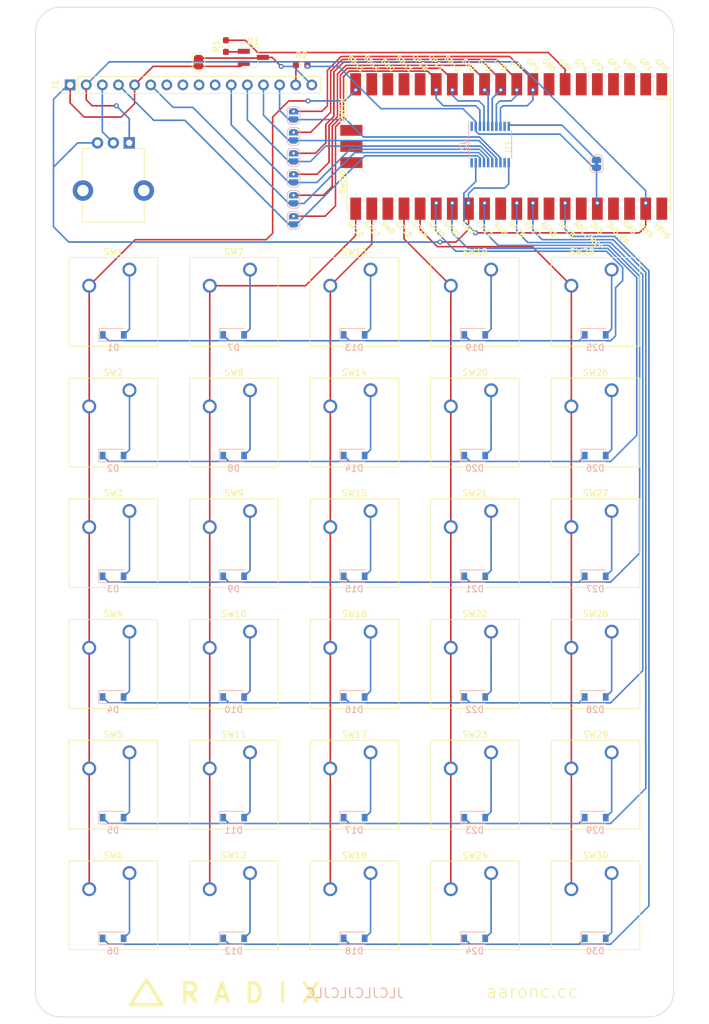
<source format=kicad_pcb>
(kicad_pcb (version 20211014) (generator pcbnew)
  (layers (0 "F.Cu" signal) (31 "B.Cu" signal) (34 "B.Paste" user) (35 "F.Paste" user) (36 "B.SilkS" user "B.Silkscreen") (37 "F.SilkS" user "F.Silkscreen") (38 "B.Mask" user) (39 "F.Mask" user) (44 "Edge.Cuts" user))
  (net 0 "")
  (net 1 "ROW0")
  (net 2 "Net-(D1-Pad2)")
  (net 3 "ROW1")
  (net 4 "Net-(D2-Pad2)")
  (net 5 "ROW2")
  (net 6 "Net-(D3-Pad2)")
  (net 7 "ROW3")
  (net 8 "Net-(D4-Pad2)")
  (net 9 "ROW4")
  (net 10 "Net-(D5-Pad2)")
  (net 11 "ROW5")
  (net 12 "Net-(D6-Pad2)")
  (net 13 "Net-(D7-Pad2)")
  (net 14 "Net-(D8-Pad2)")
  (net 15 "Net-(D9-Pad2)")
  (net 16 "Net-(D10-Pad2)")
  (net 17 "Net-(D11-Pad2)")
  (net 18 "Net-(D12-Pad2)")
  (net 19 "Net-(D13-Pad2)")
  (net 20 "Net-(D14-Pad2)")
  (net 21 "Net-(D15-Pad2)")
  (net 22 "Net-(D16-Pad2)")
  (net 23 "Net-(D17-Pad2)")
  (net 24 "Net-(D18-Pad2)")
  (net 25 "Net-(D19-Pad2)")
  (net 26 "Net-(D20-Pad2)")
  (net 27 "Net-(D21-Pad2)")
  (net 28 "Net-(D22-Pad2)")
  (net 29 "Net-(D23-Pad2)")
  (net 30 "Net-(D24-Pad2)")
  (net 31 "Net-(D25-Pad2)")
  (net 32 "Net-(D26-Pad2)")
  (net 33 "Net-(D27-Pad2)")
  (net 34 "Net-(D28-Pad2)")
  (net 35 "Net-(D29-Pad2)")
  (net 36 "Net-(D30-Pad2)")
  (net 37 "GND")
  (net 38 "+5V")
  (net 39 "LCD_VO")
  (net 40 "LCD_RS_5V")
  (net 41 "LCD_E_5V")
  (net 46 "LCD_D4_5V")
  (net 47 "LCD_D5_5V")
  (net 48 "LCD_D6_5V")
  (net 49 "LCD_D7_5V")
  (net 50 "LCD_A")
  (net 51 "LCD_K")
  (net 52 "Net-(JP1-Pad2)")
  (net 53 "+3V3")
  (net 54 "LCD_RS_3V3")
  (net 55 "LCD_E_3V3")
  (net 56 "LCD_D4_3V3")
  (net 57 "LCD_D5_3V3")
  (net 58 "LCD_D6_3V3")
  (net 59 "LCD_D7_3V3")
  (net 60 "Net-(Q1-Pad1)")
  (net 61 "BACKLIGHT")
  (net 62 "COL0")
  (net 63 "COL1")
  (net 64 "COL2")
  (net 65 "COL3")
  (net 66 "COL4")
  (footprint "Button_Switch_Keyboard:SW_Cherry_MX_1.00u_PCB" (layer "F.Cu") (at 86.88 132.37)
    (fp_text reference "SW10")
    (fp_text value "SW_Push")
  )
  (footprint "Button_Switch_Keyboard:SW_Cherry_MX_1.00u_PCB" (layer "F.Cu") (at 67.88 151.37)
    (fp_text reference "SW5")
    (fp_text value "SW_Push")
  )
  (footprint "MountingHole:MountingHole_3.2mm_M3" (layer "F.Cu") (at 56.95 189.11)
    (fp_text reference "REF**" hide)
    (fp_text value "MountingHole_3.2mm_M3")
  )
  (footprint "Button_Switch_Keyboard:SW_Cherry_MX_1.00u_PCB" (layer "F.Cu") (at 124.88 113.37)
    (fp_text reference "SW21")
    (fp_text value "SW_Push")
  )
  (footprint "MountingHole:MountingHole_3.2mm_M3" (layer "F.Cu") (at 149.72 189.11)
    (fp_text reference "REF**" hide)
    (fp_text value "MountingHole_3.2mm_M3")
  )
  (footprint "Button_Switch_Keyboard:SW_Cherry_MX_1.00u_PCB" (layer "F.Cu") (at 105.88 170.37)
    (fp_text reference "SW18")
    (fp_text value "SW_Push")
  )
  (footprint "Button_Switch_Keyboard:SW_Cherry_MX_1.00u_PCB" (layer "F.Cu") (at 86.88 170.37)
    (fp_text reference "SW12")
    (fp_text value "SW_Push")
  )
  (footprint "Resistor_SMD:R_0603_1608Metric_Pad0.98x0.95mm_HandSolder" (layer "F.Cu") (at 95.018 43.232 180)
    (fp_text reference "R2")
    (fp_text value "330")
  )
  (footprint "Button_Switch_Keyboard:SW_Cherry_MX_1.00u_PCB" (layer "F.Cu") (at 67.88 170.37)
    (fp_text reference "SW6")
    (fp_text value "SW_Push")
  )
  (footprint "Button_Switch_Keyboard:SW_Cherry_MX_1.00u_PCB" (layer "F.Cu") (at 105.88 94.37)
    (fp_text reference "SW14")
    (fp_text value "SW_Push")
  )
  (footprint "Button_Switch_Keyboard:SW_Cherry_MX_1.00u_PCB" (layer "F.Cu") (at 86.88 75.37)
    (fp_text reference "SW7")
    (fp_text value "SW_Push")
  )
  (footprint "Button_Switch_Keyboard:SW_Cherry_MX_1.00u_PCB" (layer "F.Cu") (at 124.88 170.37)
    (fp_text reference "SW24")
    (fp_text value "SW_Push")
  )
  (footprint "Button_Switch_Keyboard:SW_Cherry_MX_1.00u_PCB" (layer "F.Cu") (at 143.88 75.37)
    (fp_text reference "SW25")
    (fp_text value "SW_Push")
  )
  (footprint "MCU_RaspberryPi_and_Boards:RPi_Pico_SMD_TH" (layer "F.Cu") (at 127.66 55.99 -90)
    (fp_text reference "U1")
    (fp_text value "Pico")
  )
  (footprint "Button_Switch_Keyboard:SW_Cherry_MX_1.00u_PCB" (layer "F.Cu") (at 143.88 132.37)
    (fp_text reference "SW28")
    (fp_text value "SW_Push")
  )
  (footprint "Button_Switch_Keyboard:SW_Cherry_MX_1.00u_PCB" (layer "F.Cu") (at 105.88 75.37)
    (fp_text reference "SW13")
    (fp_text value "SW_Push")
  )
  (footprint "Jumper:SolderJumper-2_P1.3mm_Open_RoundedPad1.0x1.5mm" (layer "F.Cu") (at 78.762 42.724 90)
    (fp_text reference "JP8" hide)
    (fp_text value "SolderJumper_2_Open" hide)
  )
  (footprint "Potentiometer_THT:Potentiometer_Alpha_RD901F-40-00D_Single_Vertical_CircularHoles" (layer "F.Cu") (at 67.84 55.424 -90)
    (fp_text reference "RV1" hide)
    (fp_text value "R_Potentiometer")
  )
  (footprint "Button_Switch_Keyboard:SW_Cherry_MX_1.00u_PCB" (layer "F.Cu") (at 86.88 151.37)
    (fp_text reference "SW11")
    (fp_text value "SW_Push")
  )
  (footprint "Button_Switch_Keyboard:SW_Cherry_MX_1.00u_PCB" (layer "F.Cu") (at 86.88 113.37)
    (fp_text reference "SW9")
    (fp_text value "SW_Push")
  )
  (footprint "Button_Switch_Keyboard:SW_Cherry_MX_1.00u_PCB" (layer "F.Cu") (at 124.88 151.37)
    (fp_text reference "SW23")
    (fp_text value "SW_Push")
  )
  (footprint "Button_Switch_Keyboard:SW_Cherry_MX_1.00u_PCB" (layer "F.Cu") (at 105.88 132.37)
    (fp_text reference "SW16")
    (fp_text value "SW_Push")
  )
  (footprint "Button_Switch_Keyboard:SW_Cherry_MX_1.00u_PCB" (layer "F.Cu") (at 105.88 113.37)
    (fp_text reference "SW15")
    (fp_text value "SW_Push")
  )
  (footprint "Button_Switch_Keyboard:SW_Cherry_MX_1.00u_PCB" (layer "F.Cu") (at 105.88 151.37)
    (fp_text reference "SW17")
    (fp_text value "SW_Push")
  )
  (footprint "MountingHole:MountingHole_3.2mm_M3" (layer "F.Cu") (at 56.98 37.98 180)
    (fp_text reference "REF**" hide)
    (fp_text value "MountingHole_3.2mm_M3")
  )
  (footprint "Button_Switch_Keyboard:SW_Cherry_MX_1.00u_PCB" (layer "F.Cu") (at 86.88 94.37)
    (fp_text reference "SW8")
    (fp_text value "SW_Push")
  )
  (footprint "MountingHole:MountingHole_3.2mm_M3" (layer "F.Cu") (at 149.75 37.98 180)
    (fp_text reference "REF**" hide)
    (fp_text value "MountingHole_3.2mm_M3")
  )
  (footprint "Button_Switch_Keyboard:SW_Cherry_MX_1.00u_PCB" (layer "F.Cu") (at 143.88 170.37)
    (fp_text reference "SW30")
    (fp_text value "SW_Push")
  )
  (footprint "Button_Switch_Keyboard:SW_Cherry_MX_1.00u_PCB" (layer "F.Cu") (at 67.88 132.37)
    (fp_text reference "SW4")
    (fp_text value "SW_Push")
  )
  (footprint "Connector_PinHeader_2.54mm:PinHeader_1x16_P2.54mm_Vertical" (layer "F.Cu") (at 58.52 46.3 90)
    (fp_text reference "J1")
    (fp_text value "Conn_01x16")
  )
  (footprint "Package_TO_SOT_SMD:SOT-23_Handsoldering" (layer "F.Cu") (at 87.398 41.962)
    (fp_text reference "Q1")
    (fp_text value "2N7002K")
  )
  (footprint "Button_Switch_Keyboard:SW_Cherry_MX_1.00u_PCB" (layer "F.Cu") (at 143.88 113.37)
    (fp_text reference "SW27")
    (fp_text value "SW_Push")
  )
  (footprint "Button_Switch_Keyboard:SW_Cherry_MX_1.00u_PCB" (layer "F.Cu") (at 124.88 94.37)
    (fp_text reference "SW20")
    (fp_text value "SW_Push")
  )
  (footprint "Button_Switch_Keyboard:SW_Cherry_MX_1.00u_PCB" (layer "F.Cu") (at 143.88 94.37)
    (fp_text reference "SW26")
    (fp_text value "SW_Push")
  )
  (footprint "Button_Switch_Keyboard:SW_Cherry_MX_1.00u_PCB" (layer "F.Cu") (at 143.88 151.37)
    (fp_text reference "SW29")
    (fp_text value "SW_Push")
  )
  (footprint "Button_Switch_Keyboard:SW_Cherry_MX_1.00u_PCB" (layer "F.Cu") (at 67.88 113.37)
    (fp_text reference "SW3")
    (fp_text value "SW_Push")
  )
  (footprint "Button_Switch_Keyboard:SW_Cherry_MX_1.00u_PCB" (layer "F.Cu") (at 124.88 75.37)
    (fp_text reference "SW19")
    (fp_text value "SW_Push")
  )
  (footprint "Button_Switch_Keyboard:SW_Cherry_MX_1.00u_PCB" (layer "F.Cu") (at 124.88 132.37)
    (fp_text reference "SW22")
    (fp_text value "SW_Push")
  )
  (footprint "Button_Switch_Keyboard:SW_Cherry_MX_1.00u_PCB" (layer "F.Cu") (at 67.88 94.37)
    (fp_text reference "SW2")
    (fp_text value "SW_Push")
  )
  (footprint "Resistor_SMD:R_0603_1608Metric_Pad0.98x0.95mm_HandSolder" (layer "F.Cu") (at 83.08 40.184 -90)
    (fp_text reference "R1")
    (fp_text value "10k")
  )
  (footprint "Button_Switch_Keyboard:SW_Cherry_MX_1.00u_PCB" (layer "F.Cu") (at 67.88 75.37)
    (fp_text reference "SW1")
    (fp_text value "SW_Push")
  )
  (footprint "Diode_SMD:D_SOD-123" (layer "B.Cu") (at 84.3 180.65)
    (fp_text reference "D12")
    (fp_text value "D")
  )
  (footprint "Jumper:SolderJumper-2_P1.3mm_Open_RoundedPad1.0x1.5mm" (layer "B.Cu") (at 93.748 54.408 -90)
    (fp_text reference "JP6" hide)
    (fp_text value "SolderJumper_2_Open" hide)
  )
  (footprint "Diode_SMD:D_SOD-123" (layer "B.Cu") (at 141.3 161.65)
    (fp_text reference "D29")
    (fp_text value "D")
  )
  (footprint "Jumper:SolderJumper-2_P1.3mm_Open_RoundedPad1.0x1.5mm" (layer "B.Cu") (at 93.748 51.106 -90)
    (fp_text reference "JP7" hide)
    (fp_text value "SolderJumper_2_Open" hide)
  )
  (footprint "Jumper:SolderJumper-2_P1.3mm_Open_RoundedPad1.0x1.5mm" (layer "B.Cu") (at 93.748 64.314 -90)
    (fp_text reference "JP3" hide)
    (fp_text value "SolderJumper_2_Open" hide)
  )
  (footprint "Diode_SMD:D_SOD-123" (layer "B.Cu") (at 103.3 85.65)
    (fp_text reference "D13")
    (fp_text value "D")
  )
  (footprint "Diode_SMD:D_SOD-123" (layer "B.Cu") (at 65.3 142.65)
    (fp_text reference "D4")
    (fp_text value "D")
  )
  (footprint "Diode_SMD:D_SOD-123" (layer "B.Cu") (at 103.3 123.65)
    (fp_text reference "D15")
    (fp_text value "D")
  )
  (footprint "Diode_SMD:D_SOD-123" (layer "B.Cu") (at 141.3 85.65)
    (fp_text reference "D25")
    (fp_text value "D")
  )
  (footprint "Diode_SMD:D_SOD-123" (layer "B.Cu") (at 103.3 180.65)
    (fp_text reference "D18")
    (fp_text value "D")
  )
  (footprint "Jumper:SolderJumper-2_P1.3mm_Open_RoundedPad1.0x1.5mm" (layer "B.Cu") (at 93.748 57.71 -90)
    (fp_text reference "JP5" hide)
    (fp_text value "SolderJumper_2_Open" hide)
  )
  (footprint "Jumper:SolderJumper-2_P1.3mm_Bridged_RoundedPad1.0x1.5mm" (layer "B.Cu") (at 141.5 58.726 90)
    (fp_text reference "JP1" hide)
    (fp_text value "SolderJumper_2_Bridged")
  )
  (footprint "Package_SO:TSSOP-20_4.4x6.5mm_P0.65mm" (layer "B.Cu") (at 124.736 55.678 -90)
    (fp_text reference "U2")
    (fp_text value "TXB0108PW")
  )
  (footprint "Diode_SMD:D_SOD-123" (layer "B.Cu") (at 65.33 85.65)
    (fp_text reference "D1")
    (fp_text value "D")
  )
  (footprint "Jumper:SolderJumper-2_P1.3mm_Open_RoundedPad1.0x1.5mm" (layer "B.Cu") (at 93.748 61.012 -90)
    (fp_text reference "JP4" hide)
    (fp_text value "SolderJumper_2_Open" hide)
  )
  (footprint "Diode_SMD:D_SOD-123" (layer "B.Cu") (at 65.3 161.65)
    (fp_text reference "D5")
    (fp_text value "D")
  )
  (footprint "Diode_SMD:D_SOD-123" (layer "B.Cu") (at 122.3 104.65)
    (fp_text reference "D20")
    (fp_text value "D")
  )
  (footprint "Diode_SMD:D_SOD-123" (layer "B.Cu") (at 103.3 161.65)
    (fp_text reference "D17")
    (fp_text value "D")
  )
  (footprint "Diode_SMD:D_SOD-123" (layer "B.Cu") (at 103.3 142.65)
    (fp_text reference "D16")
    (fp_text value "D")
  )
  (footprint "Diode_SMD:D_SOD-123" (layer "B.Cu") (at 122.3 180.65)
    (fp_text reference "D24")
    (fp_text value "D")
  )
  (footprint "Diode_SMD:D_SOD-123" (layer "B.Cu") (at 122.3 85.65)
    (fp_text reference "D19")
    (fp_text value "D")
  )
  (footprint "Diode_SMD:D_SOD-123" (layer "B.Cu") (at 103.3 104.65)
    (fp_text reference "D14")
    (fp_text value "D")
  )
  (footprint "Diode_SMD:D_SOD-123" (layer "B.Cu") (at 122.3 142.65)
    (fp_text reference "D22")
    (fp_text value "D")
  )
  (footprint "Diode_SMD:D_SOD-123" (layer "B.Cu") (at 122.3 123.65)
    (fp_text reference "D21")
    (fp_text value "D")
  )
  (footprint "Diode_SMD:D_SOD-123" (layer "B.Cu") (at 122.3 161.65)
    (fp_text reference "D23")
    (fp_text value "D")
  )
  (footprint "Diode_SMD:D_SOD-123" (layer "B.Cu") (at 84.3 161.65)
    (fp_text reference "D11")
    (fp_text value "D")
  )
  (footprint "Diode_SMD:D_SOD-123" (layer "B.Cu") (at 84.3 123.65)
    (fp_text reference "D9")
    (fp_text value "D")
  )
  (footprint "Diode_SMD:D_SOD-123" (layer "B.Cu") (at 141.3 123.65)
    (fp_text reference "D27")
    (fp_text value "D")
  )
  (footprint "Diode_SMD:D_SOD-123" (layer "B.Cu") (at 141.3 104.65)
    (fp_text reference "D26")
    (fp_text value "D")
  )
  (footprint "Diode_SMD:D_SOD-123" (layer "B.Cu") (at 65.3 180.65)
    (fp_text reference "D6")
    (fp_text value "D")
  )
  (footprint "Diode_SMD:D_SOD-123" (layer "B.Cu") (at 65.3 104.65)
    (fp_text reference "D2")
    (fp_text value "D")
  )
  (footprint "Diode_SMD:D_SOD-123" (layer "B.Cu") (at 84.3 142.65)
    (fp_text reference "D10")
    (fp_text value "D")
  )
  (footprint "Diode_SMD:D_SOD-123" (layer "B.Cu") (at 84.3 104.65)
    (fp_text reference "D8")
    (fp_text value "D")
  )
  (footprint "Diode_SMD:D_SOD-123" (layer "B.Cu") (at 141.3 142.65)
    (fp_text reference "D28")
    (fp_text value "D")
  )
  (footprint "Diode_SMD:D_SOD-123" (layer "B.Cu") (at 84.3 85.65)
    (fp_text reference "D7")
    (fp_text value "D")
  )
  (footprint "Diode_SMD:D_SOD-123" (layer "B.Cu") (at 141.3 180.65)
    (fp_text reference "D30")
    (fp_text value "D")
  )
  (footprint "Diode_SMD:D_SOD-123" (layer "B.Cu") (at 65.3 123.65)
    (fp_text reference "D3")
    (fp_text value "D")
  )
  (footprint "Jumper:SolderJumper-2_P1.3mm_Open_RoundedPad1.0x1.5mm" (layer "B.Cu") (at 93.748 67.616 -90)
    (fp_text reference "JP2" hide)
    (fp_text value "SolderJumper_2_Open" hide)
  )
  (gr_line (start 70.555 187.165) (end 73.025 191.115) (layer "F.SilkS") (width 0.5))
  (gr_line (start 73.025 191.115) (end 68.045 191.115) (layer "F.SilkS") (width 0.5))
  (gr_line (start 68.045 191.115) (end 70.555 187.165) (layer "F.SilkS") (width 0.5))
  (gr_line (start 56.940115 193.020115) (end 149.76 193.020115) (layer "Edge.Cuts") (width 0.1))
  (gr_arc (start 149.759885 34.069885) (mid 152.510612 35.209273) (end 153.65 37.96) (layer "Edge.Cuts") (width 0.1))
  (gr_line (start 153.65 37.96) (end 153.65 189.13) (layer "Edge.Cuts") (width 0.1))
  (gr_line (start 149.759885 34.069885) (end 56.94 34.069885) (layer "Edge.Cuts") (width 0.1))
  (gr_arc (start 153.650115 189.13) (mid 152.510727 191.880727) (end 149.76 193.020115) (layer "Edge.Cuts") (width 0.1))
  (gr_line (start 53.05 37.96) (end 53.05 189.13) (layer "Edge.Cuts") (width 0.1))
  (gr_arc (start 53.049885 37.96) (mid 54.189273 35.209273) (end 56.94 34.069885) (layer "Edge.Cuts") (width 0.1))
  (gr_arc (start 56.940115 193.020115) (mid 54.189388 191.880727) (end 53.05 189.13) (layer "Edge.Cuts") (width 0.1))
  (gr_text "JLCJLCJLCJLC" (at 103.4 189.282) (layer "B.SilkS") (effects (font (size 1.5 1.5) (thickness 0.18)) (justify mirror)))
  (gr_text "aaronc.cc" (at 131.34 189.028) (layer "F.SilkS") (effects (font (size 2 2) (thickness 0.2))))
  (gr_text "R A D I X" (at 86.89 189.282) (layer "F.SilkS") (effects (font (size 3 3) (thickness 0.5))))
  (via (at 116.23 64.88) (size 0.8) (drill 0.4) (layers "F.Cu" "B.Cu") (net 1))
  (segment (start 116.14 64.97) (end 116.23 64.88) (width 0.25) (layer "B.Cu") (net 1))
  (segment (start 145.62 75.04) (end 143.06 72.48) (width 0.25) (layer "B.Cu") (net 1))
  (segment (start 102.574511 86.574511) (end 102.865489 86.574511) (width 0.25) (layer "B.Cu") (net 1))
  (segment (start 83.574511 86.574511) (end 84.234511 86.574511) (width 0.25) (layer "B.Cu") (net 1))
  (segment (start 138.725489 86.574511) (end 121.744511 86.574511) (width 0.25) (layer "B.Cu") (net 1))
  (segment (start 121.574511 86.574511) (end 121.744511 86.574511) (width 0.25) (layer "B.Cu") (net 1))
  (segment (start 120.65 85.65) (end 121.574511 86.574511) (width 0.25) (layer "B.Cu") (net 1))
  (segment (start 119.3 72.48) (end 116.14 69.32) (width 0.25) (layer "B.Cu") (net 1))
  (segment (start 144.5 78.23) (end 145.62 77.11) (width 0.25) (layer "B.Cu") (net 1))
  (segment (start 64.604511 86.574511) (end 63.68 85.65) (width 0.25) (layer "B.Cu") (net 1))
  (segment (start 138.725489 86.574511) (end 143.724511 86.574511) (width 0.25) (layer "B.Cu") (net 1))
  (segment (start 101.65 85.65) (end 102.574511 86.574511) (width 0.25) (layer "B.Cu") (net 1))
  (segment (start 145.62 77.11) (end 145.62 75.04) (width 0.25) (layer "B.Cu") (net 1))
  (segment (start 102.865489 86.574511) (end 84.234511 86.574511) (width 0.25) (layer "B.Cu") (net 1))
  (segment (start 116.14 69.32) (end 116.14 64.97) (width 0.25) (layer "B.Cu") (net 1))
  (segment (start 82.65 85.65) (end 83.574511 86.574511) (width 0.25) (layer "B.Cu") (net 1))
  (segment (start 139.65 85.65) (end 138.725489 86.574511) (width 0.25) (layer "B.Cu") (net 1))
  (segment (start 121.744511 86.574511) (end 102.865489 86.574511) (width 0.25) (layer "B.Cu") (net 1))
  (segment (start 84.234511 86.574511) (end 64.604511 86.574511) (width 0.25) (layer "B.Cu") (net 1))
  (segment (start 143.724511 86.574511) (end 144.5 85.799022) (width 0.25) (layer "B.Cu") (net 1))
  (segment (start 143.06 72.48) (end 119.3 72.48) (width 0.25) (layer "B.Cu") (net 1))
  (segment (start 144.5 85.799022) (end 144.5 78.23) (width 0.25) (layer "B.Cu") (net 1))
  (segment (start 67.88 84.75) (end 66.98 85.65) (width 0.25) (layer "B.Cu") (net 2))
  (segment (start 67.88 75.37) (end 67.88 84.75) (width 0.25) (layer "B.Cu") (net 2))
  (via (at 118.77 64.88) (size 0.8) (drill 0.4) (layers "F.Cu" "B.Cu") (net 3))
  (segment (start 118.7 69.53) (end 118.7 64.95) (width 0.25) (layer "B.Cu") (net 3))
  (segment (start 147.844531 76.628814) (end 143.246197 72.03048) (width 0.25) (layer "B.Cu") (net 3))
  (segment (start 143.246197 72.03048) (end 121.20048 72.03048) (width 0.25) (layer "B.Cu") (net 3))
  (segment (start 139.65 104.65) (end 138.725489 105.574511) (width 0.25) (layer "B.Cu") (net 3))
  (segment (start 143.724511 105.574511) (end 147.844531 101.454491) (width 0.25) (layer "B.Cu") (net 3))
  (segment (start 101.65 104.65) (end 102.574511 105.574511) (width 0.25) (layer "B.Cu") (net 3))
  (segment (start 103.034511 105.574511) (end 84.245489 105.574511) (width 0.25) (layer "B.Cu") (net 3))
  (segment (start 147.844531 101.454491) (end 147.844531 76.628814) (width 0.25) (layer "B.Cu") (net 3))
  (segment (start 138.725489 105.574511) (end 122.195489 105.574511) (width 0.25) (layer "B.Cu") (net 3))
  (segment (start 84.245489 105.574511) (end 64.574511 105.574511) (width 0.25) (layer "B.Cu") (net 3))
  (segment (start 122.195489 105.574511) (end 103.034511 105.574511) (width 0.25) (layer "B.Cu") (net 3))
  (segment (start 121.20048 72.03048) (end 118.7 69.53) (width 0.25) (layer "B.Cu") (net 3))
  (segment (start 102.574511 105.574511) (end 103.034511 105.574511) (width 0.25) (layer "B.Cu") (net 3))
  (segment (start 118.7 64.95) (end 118.77 64.88) (width 0.25) (layer "B.Cu") (net 3))
  (segment (start 64.574511 105.574511) (end 63.65 104.65) (width 0.25) (layer "B.Cu") (net 3))
  (segment (start 138.725489 105.574511) (end 143.724511 105.574511) (width 0.25) (layer "B.Cu") (net 3))
  (segment (start 120.65 104.65) (end 121.574511 105.574511) (width 0.25) (layer "B.Cu") (net 3))
  (segment (start 82.65 104.65) (end 83.574511 105.574511) (width 0.25) (layer "B.Cu") (net 3))
  (segment (start 83.574511 105.574511) (end 84.245489 105.574511) (width 0.25) (layer "B.Cu") (net 3))
  (segment (start 121.574511 105.574511) (end 122.195489 105.574511) (width 0.25) (layer "B.Cu") (net 3))
  (segment (start 67.88 94.37) (end 67.88 103.72) (width 0.25) (layer "B.Cu") (net 4))
  (segment (start 67.88 103.72) (end 66.95 104.65) (width 0.25) (layer "B.Cu") (net 4))
  (via (at 123.85 64.88) (size 0.8) (drill 0.4) (layers "F.Cu" "B.Cu") (net 5))
  (segment (start 102.574511 124.574511) (end 105.054511 124.574511) (width 0.25) (layer "B.Cu") (net 5))
  (segment (start 64.574511 124.574511) (end 63.65 123.65) (width 0.25) (layer "B.Cu") (net 5))
  (segment (start 148.294051 76.424051) (end 143.43 71.56) (width 0.25) (layer "B.Cu") (net 5))
  (segment (start 139.65 123.65) (end 138.725489 124.574511) (width 0.25) (layer "B.Cu") (net 5))
  (segment (start 123.655489 124.574511) (end 105.054511 124.574511) (width 0.25) (layer "B.Cu") (net 5))
  (segment (start 82.65 123.65) (end 83.574511 124.574511) (width 0.25) (layer "B.Cu") (net 5))
  (segment (start 148.294051 120.004971) (end 148.294051 76.424051) (width 0.25) (layer "B.Cu") (net 5))
  (segment (start 123.79 64.94) (end 123.85 64.88) (width 0.25) (layer "B.Cu") (net 5))
  (segment (start 84.085489 124.574511) (end 64.574511 124.574511) (width 0.25) (layer "B.Cu") (net 5))
  (segment (start 138.665489 124.574511) (end 143.724511 124.574511) (width 0.25) (layer "B.Cu") (net 5))
  (segment (start 123.79 69.37) (end 123.79 64.94) (width 0.25) (layer "B.Cu") (net 5))
  (segment (start 138.725489 124.574511) (end 138.665489 124.574511) (width 0.25) (layer "B.Cu") (net 5))
  (segment (start 105.054511 124.574511) (end 84.085489 124.574511) (width 0.25) (layer "B.Cu") (net 5))
  (segment (start 83.574511 124.574511) (end 84.085489 124.574511) (width 0.25) (layer "B.Cu") (net 5))
  (segment (start 125.98 71.56) (end 123.79 69.37) (width 0.25) (layer "B.Cu") (net 5))
  (segment (start 101.65 123.65) (end 102.574511 124.574511) (width 0.25) (layer "B.Cu") (net 5))
  (segment (start 143.43 71.56) (end 125.98 71.56) (width 0.25) (layer "B.Cu") (net 5))
  (segment (start 143.724511 124.574511) (end 148.294051 120.004971) (width 0.25) (layer "B.Cu") (net 5))
  (segment (start 138.665489 124.574511) (end 123.655489 124.574511) (width 0.25) (layer "B.Cu") (net 5))
  (segment (start 120.65 123.65) (end 121.574511 124.574511) (width 0.25) (layer "B.Cu") (net 5))
  (segment (start 121.574511 124.574511) (end 123.655489 124.574511) (width 0.25) (layer "B.Cu") (net 5))
  (segment (start 67.88 122.72) (end 66.95 123.65) (width 0.25) (layer "B.Cu") (net 6))
  (segment (start 67.88 113.37) (end 67.88 122.72) (width 0.25) (layer "B.Cu") (net 6))
  (via (at 128.93 64.88) (size 0.8) (drill 0.4) (layers "F.Cu" "B.Cu") (net 7))
  (segment (start 121.574511 143.574511) (end 122.045489 143.574511) (width 0.25) (layer "B.Cu") (net 7))
  (segment (start 83.574511 143.574511) (end 84.145489 143.574511) (width 0.25) (layer "B.Cu") (net 7))
  (segment (start 148.78 138.519022) (end 148.78 76.18) (width 0.25) (layer "B.Cu") (net 7))
  (segment (start 82.65 142.65) (end 83.574511 143.574511) (width 0.25) (layer "B.Cu") (net 7))
  (segment (start 143.71048 71.11048) (end 130.68048 71.11048) (width 0.25) (layer "B.Cu") (net 7))
  (segment (start 102.574511 143.574511) (end 103.055489 143.574511) (width 0.25) (layer "B.Cu") (net 7))
  (segment (start 130.68048 71.11048) (end 128.93 69.36) (width 0.25) (layer "B.Cu") (net 7))
  (segment (start 84.145489 143.574511) (end 64.574511 143.574511) (width 0.25) (layer "B.Cu") (net 7))
  (segment (start 101.65 142.65) (end 102.574511 143.574511) (width 0.25) (layer "B.Cu") (net 7))
  (segment (start 138.725489 143.574511) (end 143.724511 143.574511) (width 0.25) (layer "B.Cu") (net 7))
  (segment (start 103.055489 143.574511) (end 84.145489 143.574511) (width 0.25) (layer "B.Cu") (net 7))
  (segment (start 120.65 142.65) (end 121.574511 143.574511) (width 0.25) (layer "B.Cu") (net 7))
  (segment (start 64.574511 143.574511) (end 63.65 142.65) (width 0.25) (layer "B.Cu") (net 7))
  (segment (start 122.045489 143.574511) (end 103.055489 143.574511) (width 0.25) (layer "B.Cu") (net 7))
  (segment (start 143.724511 143.574511) (end 148.78 138.519022) (width 0.25) (layer "B.Cu") (net 7))
  (segment (start 138.725489 143.574511) (end 122.045489 143.574511) (width 0.25) (layer "B.Cu") (net 7))
  (segment (start 128.93 69.36) (end 128.93 64.88) (width 0.25) (layer "B.Cu") (net 7))
  (segment (start 148.78 76.18) (end 143.71048 71.11048) (width 0.25) (layer "B.Cu") (net 7))
  (segment (start 139.65 142.65) (end 138.725489 143.574511) (width 0.25) (layer "B.Cu") (net 7))
  (segment (start 67.88 141.72) (end 66.95 142.65) (width 0.25) (layer "B.Cu") (net 8))
  (segment (start 67.88 132.37) (end 67.88 141.72) (width 0.25) (layer "B.Cu") (net 8))
  (via (at 131.47 64.88) (size 0.8) (drill 0.4) (layers "F.Cu" "B.Cu") (net 9))
  (segment (start 102.975489 162.574511) (end 84.074511 162.574511) (width 0.25) (layer "B.Cu") (net 9))
  (segment (start 144.11 70.66) (end 132.93 70.66) (width 0.25) (layer "B.Cu") (net 9))
  (segment (start 102.574511 162.574511) (end 102.975489 162.574511) (width 0.25) (layer "B.Cu") (net 9))
  (segment (start 132.93 70.66) (end 131.47 69.2) (width 0.25) (layer "B.Cu") (net 9))
  (segment (start 131.47 69.2) (end 131.47 64.88) (width 0.25) (layer "B.Cu") (net 9))
  (segment (start 101.65 161.65) (end 102.574511 162.574511) (width 0.25) (layer "B.Cu") (net 9))
  (segment (start 83.574511 162.574511) (end 84.074511 162.574511) (width 0.25) (layer "B.Cu") (net 9))
  (segment (start 143.724511 162.574511) (end 149.26 157.039022) (width 0.25) (layer "B.Cu") (net 9))
  (segment (start 149.26 157.039022) (end 149.26 75.81) (width 0.25) (layer "B.Cu") (net 9))
  (segment (start 84.074511 162.574511) (end 64.574511 162.574511) (width 0.25) (layer "B.Cu") (net 9))
  (segment (start 64.574511 162.574511) (end 63.65 161.65) (width 0.25) (layer "B.Cu") (net 9))
  (segment (start 138.725489 162.574511) (end 122.115489 162.574511) (width 0.25) (layer "B.Cu") (net 9))
  (segment (start 121.574511 162.574511) (end 122.115489 162.574511) (width 0.25) (layer "B.Cu") (net 9))
  (segment (start 120.65 161.65) (end 121.574511 162.574511) (width 0.25) (layer "B.Cu") (net 9))
  (segment (start 139.65 161.65) (end 138.725489 162.574511) (width 0.25) (layer "B.Cu") (net 9))
  (segment (start 138.725489 162.574511) (end 143.724511 162.574511) (width 0.25) (layer "B.Cu") (net 9))
  (segment (start 149.26 75.81) (end 144.11 70.66) (width 0.25) (layer "B.Cu") (net 9))
  (segment (start 122.115489 162.574511) (end 102.975489 162.574511) (width 0.25) (layer "B.Cu") (net 9))
  (segment (start 82.65 161.65) (end 83.574511 162.574511) (width 0.25) (layer "B.Cu") (net 9))
  (segment (start 67.88 151.37) (end 67.88 160.72) (width 0.25) (layer "B.Cu") (net 10))
  (segment (start 67.88 160.72) (end 66.95 161.65) (width 0.25) (layer "B.Cu") (net 10))
  (via (at 136.55 64.88) (size 0.8) (drill 0.4) (layers "F.Cu" "B.Cu") (net 11))
  (segment (start 138.725489 181.574511) (end 122.094511 181.574511) (width 0.25) (layer "B.Cu") (net 11))
  (segment (start 144.35 70.15) (end 137.67 70.15) (width 0.25) (layer "B.Cu") (net 11))
  (segment (start 101.65 180.65) (end 102.574511 181.574511) (width 0.25) (layer "B.Cu") (net 11))
  (segment (start 139.65 180.65) (end 138.725489 181.574511) (width 0.25) (layer "B.Cu") (net 11))
  (segment (start 149.76 75.56) (end 144.35 70.15) (width 0.25) (layer "B.Cu") (net 11))
  (segment (start 64.574511 181.574511) (end 63.65 180.65) (width 0.25) (layer "B.Cu") (net 11))
  (segment (start 103.074511 181.574511) (end 84.045489 181.574511) (width 0.25) (layer "B.Cu") (net 11))
  (segment (start 138.725489 181.574511) (end 143.724511 181.574511) (width 0.25) (layer "B.Cu") (net 11))
  (segment (start 82.65 180.65) (end 83.574511 181.574511) (width 0.25) (layer "B.Cu") (net 11))
  (segment (start 137.67 70.15) (end 136.55 69.03) (width 0.25) (layer "B.Cu") (net 11))
  (segment (start 102.574511 181.574511) (end 103.074511 181.574511) (width 0.25) (layer "B.Cu") (net 11))
  (segment (start 149.76 175.539022) (end 149.76 75.56) (width 0.25) (layer "B.Cu") (net 11))
  (segment (start 121.574511 181.574511) (end 122.094511 181.574511) (width 0.25) (layer "B.Cu") (net 11))
  (segment (start 120.65 180.65) (end 121.574511 181.574511) (width 0.25) (layer "B.Cu") (net 11))
  (segment (start 143.724511 181.574511) (end 149.76 175.539022) (width 0.25) (layer "B.Cu") (net 11))
  (segment (start 136.55 69.03) (end 136.55 64.88) (width 0.25) (layer "B.Cu") (net 11))
  (segment (start 83.574511 181.574511) (end 84.045489 181.574511) (width 0.25) (layer "B.Cu") (net 11))
  (segment (start 84.045489 181.574511) (end 64.574511 181.574511) (width 0.25) (layer "B.Cu") (net 11))
  (segment (start 122.094511 181.574511) (end 103.074511 181.574511) (width 0.25) (layer "B.Cu") (net 11))
  (segment (start 67.88 170.37) (end 67.88 179.72) (width 0.25) (layer "B.Cu") (net 12))
  (segment (start 67.88 179.72) (end 66.95 180.65) (width 0.25) (layer "B.Cu") (net 12))
  (segment (start 86.88 75.37) (end 86.88 84.72) (width 0.25) (layer "B.Cu") (net 13))
  (segment (start 86.88 84.72) (end 85.95 85.65) (width 0.25) (layer "B.Cu") (net 13))
  (segment (start 86.88 94.37) (end 86.88 103.72) (width 0.25) (layer "B.Cu") (net 14))
  (segment (start 86.88 103.72) (end 85.95 104.65) (width 0.25) (layer "B.Cu") (net 14))
  (segment (start 86.88 122.72) (end 85.95 123.65) (width 0.25) (layer "B.Cu") (net 15))
  (segment (start 86.88 113.37) (end 86.88 122.72) (width 0.25) (layer "B.Cu") (net 15))
  (segment (start 86.88 132.37) (end 86.88 141.72) (width 0.25) (layer "B.Cu") (net 16))
  (segment (start 86.88 141.72) (end 85.95 142.65) (width 0.25) (layer "B.Cu") (net 16))
  (segment (start 86.88 160.72) (end 85.95 161.65) (width 0.25) (layer "B.Cu") (net 17))
  (segment (start 86.88 151.37) (end 86.88 160.72) (width 0.25) (layer "B.Cu") (net 17))
  (segment (start 86.88 179.72) (end 85.95 180.65) (width 0.25) (layer "B.Cu") (net 18))
  (segment (start 86.88 170.37) (end 86.88 179.72) (width 0.25) (layer "B.Cu") (net 18))
  (segment (start 105.88 84.72) (end 104.95 85.65) (width 0.25) (layer "B.Cu") (net 19))
  (segment (start 105.88 75.37) (end 105.88 84.72) (width 0.25) (layer "B.Cu") (net 19))
  (segment (start 105.88 103.72) (end 104.95 104.65) (width 0.25) (layer "B.Cu") (net 20))
  (segment (start 105.88 94.37) (end 105.88 103.72) (width 0.25) (layer "B.Cu") (net 20))
  (segment (start 105.88 113.37) (end 105.88 122.72) (width 0.25) (layer "B.Cu") (net 21))
  (segment (start 105.88 122.72) (end 104.95 123.65) (width 0.25) (layer "B.Cu") (net 21))
  (segment (start 105.88 141.72) (end 104.95 142.65) (width 0.25) (layer "B.Cu") (net 22))
  (segment (start 105.88 132.37) (end 105.88 141.72) (width 0.25) (layer "B.Cu") (net 22))
  (segment (start 105.88 160.72) (end 104.95 161.65) (width 0.25) (layer "B.Cu") (net 23))
  (segment (start 105.88 151.37) (end 105.88 160.72) (width 0.25) (layer "B.Cu") (net 23))
  (segment (start 105.88 179.72) (end 104.95 180.65) (width 0.25) (layer "B.Cu") (net 24))
  (segment (start 105.88 170.37) (end 105.88 179.72) (width 0.25) (layer "B.Cu") (net 24))
  (segment (start 124.88 75.37) (end 124.88 84.72) (width 0.25) (layer "B.Cu") (net 25))
  (segment (start 124.88 84.72) (end 123.95 85.65) (width 0.25) (layer "B.Cu") (net 25))
  (segment (start 124.88 94.37) (end 124.88 103.72) (width 0.25) (layer "B.Cu") (net 26))
  (segment (start 124.88 103.72) (end 123.95 104.65) (width 0.25) (layer "B.Cu") (net 26))
  (segment (start 124.88 113.37) (end 124.88 122.72) (width 0.25) (layer "B.Cu") (net 27))
  (segment (start 124.88 122.72) (end 123.95 123.65) (width 0.25) (layer "B.Cu") (net 27))
  (segment (start 124.88 132.37) (end 124.88 141.72) (width 0.25) (layer "B.Cu") (net 28))
  (segment (start 124.88 141.72) (end 123.95 142.65) (width 0.25) (layer "B.Cu") (net 28))
  (segment (start 124.88 151.37) (end 124.88 160.72) (width 0.25) (layer "B.Cu") (net 29))
  (segment (start 124.88 160.72) (end 123.95 161.65) (width 0.25) (layer "B.Cu") (net 29))
  (segment (start 124.88 170.37) (end 124.88 179.72) (width 0.25) (layer "B.Cu") (net 30))
  (segment (start 124.88 179.72) (end 123.95 180.65) (width 0.25) (layer "B.Cu") (net 30))
  (segment (start 143.88 84.72) (end 142.95 85.65) (width 0.25) (layer "B.Cu") (net 31))
  (segment (start 143.88 75.37) (end 143.88 84.72) (width 0.25) (layer "B.Cu") (net 31))
  (segment (start 143.88 103.72) (end 142.95 104.65) (width 0.25) (layer "B.Cu") (net 32))
  (segment (start 143.88 94.37) (end 143.88 103.72) (width 0.25) (layer "B.Cu") (net 32))
  (segment (start 143.88 122.72) (end 142.95 123.65) (width 0.25) (layer "B.Cu") (net 33))
  (segment (start 143.88 113.37) (end 143.88 122.72) (width 0.25) (layer "B.Cu") (net 33))
  (segment (start 143.88 132.37) (end 143.88 141.72) (width 0.25) (layer "B.Cu") (net 34))
  (segment (start 143.88 141.72) (end 142.95 142.65) (width 0.25) (layer "B.Cu") (net 34))
  (segment (start 143.88 160.72) (end 142.95 161.65) (width 0.25) (layer "B.Cu") (net 35))
  (segment (start 143.88 151.37) (end 143.88 160.72) (width 0.25) (layer "B.Cu") (net 35))
  (segment (start 143.88 179.72) (end 142.95 180.65) (width 0.25) (layer "B.Cu") (net 36))
  (segment (start 143.88 170.37) (end 143.88 179.72) (width 0.25) (layer "B.Cu") (net 36))
  (segment (start 85.436 43.374) (end 85.898 42.912) (width 0.25) (layer "F.Cu") (net 37))
  (segment (start 58.52 46.3) (end 58.52 49.152) (width 0.25) (layer "F.Cu") (net 37))
  (segment (start 58.52 49.152) (end 60.728 51.36) (width 0.25) (layer "F.Cu") (net 37))
  (segment (start 116.83 71.0355) (end 119.3445 71.0355) (width 0.25) (layer "F.Cu") (net 37))
  (segment (start 66.57 51.36) (end 68.68 49.25) (width 0.25) (layer "F.Cu") (net 37))
  (segment (start 68.68 49.25) (end 68.68 46.3) (width 0.25) (layer "F.Cu") (net 37))
  (segment (start 78.762 43.374) (end 71.606 43.374) (width 0.25) (layer "F.Cu") (net 37))
  (segment (start 60.728 51.36) (end 66.57 51.36) (width 0.25) (layer "F.Cu") (net 37))
  (segment (start 78.762 43.374) (end 85.436 43.374) (width 0.25) (layer "F.Cu") (net 37))
  (segment (start 71.606 43.374) (end 68.68 46.3) (width 0.25) (layer "F.Cu") (net 37))
  (segment (start 121.34 69.04) (end 121.34 64.91) (width 0.25) (layer "F.Cu") (net 37))
  (segment (start 119.3445 71.0355) (end 121.34 69.04) (width 0.25) (layer "F.Cu") (net 37))
  (segment (start 121.34 64.91) (end 121.31 64.88) (width 0.25) (layer "F.Cu") (net 37))
  (via (at 116.83 71.0355) (size 0.8) (drill 0.4) (layers "F.Cu" "B.Cu") (net 37))
  (via (at 121.31 64.88) (size 0.8) (drill 0.4) (layers "F.Cu" "B.Cu") (net 37))
  (segment (start 127.022 62.536) (end 122.196 62.536) (width 0.25) (layer "B.Cu") (net 37))
  (segment (start 55.902 60.504) (end 55.902 59.234) (width 0.25) (layer "B.Cu") (net 37))
  (segment (start 116.83 71.0355) (end 58.3055 71.0355) (width 0.25) (layer "B.Cu") (net 37))
  (segment (start 55.902 59.234) (end 59.712 55.424) (width 0.25) (layer "B.Cu") (net 37))
  (segment (start 127.661 61.897) (end 127.022 62.536) (width 0.25) (layer "B.Cu") (net 37))
  (segment (start 55.902 68.632) (end 55.902 60.504) (width 0.25) (layer "B.Cu") (net 37))
  (segment (start 55.902 60.504) (end 55.902 48.566) (width 0.25) (layer "B.Cu") (net 37))
  (segment (start 58.168 46.3) (end 58.52 46.3) (width 0.25) (layer "B.Cu") (net 37))
  (segment (start 59.712 55.424) (end 62.84 55.424) (width 0.25) (layer "B.Cu") (net 37))
  (segment (start 127.661 58.5405) (end 127.661 61.897) (width 0.25) (layer "B.Cu") (net 37))
  (segment (start 121.31 63.422) (end 121.31 64.88) (width 0.25) (layer "B.Cu") (net 37))
  (segment (start 55.902 48.566) (end 58.168 46.3) (width 0.25) (layer "B.Cu") (net 37))
  (segment (start 58.3055 71.0355) (end 55.902 68.632) (width 0.25) (layer "B.Cu") (net 37))
  (segment (start 122.196 62.536) (end 121.31 63.422) (width 0.25) (layer "B.Cu") (net 37))
  (segment (start 122.44 69.59) (end 148.24 69.59) (width 0.25) (layer "F.Cu") (net 38))
  (segment (start 61.06 46.3) (end 61.06 48.644) (width 0.25) (layer "F.Cu") (net 38))
  (segment (start 61.998 49.582) (end 65.808 49.582) (width 0.25) (layer "F.Cu") (net 38))
  (segment (start 149.25 68.58) (end 149.25 64.88) (width 0.25) (layer "F.Cu") (net 38))
  (segment (start 148.24 69.59) (end 149.25 68.58) (width 0.25) (layer "F.Cu") (net 38))
  (segment (start 61.06 48.644) (end 61.998 49.582) (width 0.25) (layer "F.Cu") (net 38))
  (via (at 149.25 64.88) (size 0.8) (drill 0.4) (layers "F.Cu" "B.Cu") (net 38))
  (via (at 65.808 49.582) (size 0.8) (drill 0.4) (layers "F.Cu" "B.Cu") (net 38))
  (via (at 122.44 69.59) (size 0.8) (drill 0.4) (layers "F.Cu" "B.Cu") (net 38))
  (segment (start 122.461 58.5405) (end 122.461 61.493614) (width 0.25) (layer "B.Cu") (net 38))
  (segment (start 120.585489 63.369125) (end 120.585489 67.735489) (width 0.25) (layer "B.Cu") (net 38))
  (segment (start 149.25 62.96) (end 149.25 64.88) (width 0.25) (layer "B.Cu") (net 38))
  (segment (start 64.694511 42.665489) (end 128.955489 42.665489) (width 0.25) (layer "B.Cu") (net 38))
  (segment (start 128.955489 42.665489) (end 149.25 62.96) (width 0.25) (layer "B.Cu") (net 38))
  (segment (start 67.84 55.424) (end 67.84 51.614) (width 0.25) (layer "B.Cu") (net 38))
  (segment (start 120.585489 67.735489) (end 122.44 69.59) (width 0.25) (layer "B.Cu") (net 38))
  (segment (start 67.84 51.614) (end 65.808 49.582) (width 0.25) (layer "B.Cu") (net 38))
  (segment (start 61.06 46.3) (end 64.694511 42.665489) (width 0.25) (layer "B.Cu") (net 38))
  (segment (start 122.461 61.493614) (end 120.585489 63.369125) (width 0.25) (layer "B.Cu") (net 38))
  (segment (start 63.6 53.684) (end 63.6 46.3) (width 0.25) (layer "B.Cu") (net 39))
  (segment (start 65.34 55.424) (end 63.6 53.684) (width 0.25) (layer "B.Cu") (net 39))
  (segment (start 92.997876 68.266) (end 76.599876 51.868) (width 0.25) (layer "B.Cu") (net 40))
  (segment (start 76.599876 51.868) (end 71.708 51.868) (width 0.25) (layer "B.Cu") (net 40))
  (segment (start 71.708 51.868) (end 66.14 46.3) (width 0.25) (layer "B.Cu") (net 40))
  (segment (start 122.763999 57.456) (end 104.966942 57.456) (width 0.25) (layer "B.Cu") (net 40))
  (segment (start 93.748 68.266) (end 92.997876 68.266) (width 0.25) (layer "B.Cu") (net 40))
  (segment (start 123.111 57.803001) (end 122.763999 57.456) (width 0.25) (layer "B.Cu") (net 40))
  (segment (start 94.156942 68.266) (end 93.748 68.266) (width 0.25) (layer "B.Cu") (net 40))
  (segment (start 104.966942 57.456) (end 94.156942 68.266) (width 0.25) (layer "B.Cu") (net 40))
  (segment (start 123.111 58.5405) (end 123.111 57.803001) (width 0.25) (layer "B.Cu") (net 40))
  (segment (start 122.905999 56.948) (end 103.4 56.948) (width 0.25) (layer "B.Cu") (net 41))
  (segment (start 77.869876 49.836) (end 74.756 49.836) (width 0.25) (layer "B.Cu") (net 41))
  (segment (start 93.748 64.964) (end 92.997876 64.964) (width 0.25) (layer "B.Cu") (net 41))
  (segment (start 103.4 56.948) (end 95.384 64.964) (width 0.25) (layer "B.Cu") (net 41))
  (segment (start 123.761 57.803001) (end 122.905999 56.948) (width 0.25) (layer "B.Cu") (net 41))
  (segment (start 74.756 49.836) (end 71.22 46.3) (width 0.25) (layer "B.Cu") (net 41))
  (segment (start 92.997876 64.964) (end 77.869876 49.836) (width 0.25) (layer "B.Cu") (net 41))
  (segment (start 95.384 64.964) (end 93.748 64.964) (width 0.25) (layer "B.Cu") (net 41))
  (segment (start 123.761 58.5405) (end 123.761 57.803001) (width 0.25) (layer "B.Cu") (net 41))
  (segment (start 93.748 61.662) (end 92.997876 61.662) (width 0.25) (layer "B.Cu") (net 46))
  (segment (start 124.411 57.803001) (end 123.047999 56.44) (width 0.25) (layer "B.Cu") (net 46))
  (segment (start 97.416 61.662) (end 93.748 61.662) (width 0.25) (layer "B.Cu") (net 46))
  (segment (start 123.047999 56.44) (end 102.638 56.44) (width 0.25) (layer "B.Cu") (net 46))
  (segment (start 83.92 52.584124) (end 83.92 46.3) (width 0.25) (layer "B.Cu") (net 46))
  (segment (start 124.411 58.5405) (end 124.411 57.803001) (width 0.25) (layer "B.Cu") (net 46))
  (segment (start 102.638 56.44) (end 97.416 61.662) (width 0.25) (layer "B.Cu") (net 46))
  (segment (start 92.997876 61.662) (end 83.92 52.584124) (width 0.25) (layer "B.Cu") (net 46))
  (segment (start 92.997876 58.36) (end 86.46 51.822124) (width 0.25) (layer "B.Cu") (net 47))
  (segment (start 98.828 55.932) (end 96.4 58.36) (width 0.25) (layer "B.Cu") (net 47))
  (segment (start 93.748 58.36) (end 92.997876 58.36) (width 0.25) (layer "B.Cu") (net 47))
  (segment (start 125.061 58.5405) (end 125.061 57.803001) (width 0.25) (layer "B.Cu") (net 47))
  (segment (start 86.46 51.822124) (end 86.46 46.3) (width 0.25) (layer "B.Cu") (net 47))
  (segment (start 96.4 58.36) (end 93.748 58.36) (width 0.25) (layer "B.Cu") (net 47))
  (segment (start 125.061 57.803001) (end 123.189999 55.932) (width 0.25) (layer "B.Cu") (net 47))
  (segment (start 123.189999 55.932) (end 98.828 55.932) (width 0.25) (layer "B.Cu") (net 47))
  (segment (start 89 51.060124) (end 89 46.3) (width 0.25) (layer "B.Cu") (net 48))
  (segment (start 122.965999 55.058) (end 93.748 55.058) (width 0.25) (layer "B.Cu") (net 48))
  (segment (start 93.748 55.058) (end 92.997876 55.058) (width 0.25) (layer "B.Cu") (net 48))
  (segment (start 92.997876 55.058) (end 89 51.060124) (width 0.25) (layer "B.Cu") (net 48))
  (segment (start 125.711 57.803001) (end 122.965999 55.058) (width 0.25) (layer "B.Cu") (net 48))
  (segment (start 125.711 58.5405) (end 125.711 57.803001) (width 0.25) (layer "B.Cu") (net 48))
  (segment (start 91.54 50.298124) (end 91.54 46.3) (width 0.25) (layer "B.Cu") (net 49))
  (segment (start 101.734 51.756) (end 93.748 51.756) (width 0.25) (layer "B.Cu") (net 49))
  (segment (start 101.876 51.614) (end 101.734 51.756) (width 0.25) (layer "B.Cu") (net 49))
  (segment (start 126.361 58.5405) (end 126.361 57.803001) (width 0.25) (layer "B.Cu") (net 49))
  (segment (start 126.361 57.803001) (end 123.057999 54.5) (width 0.25) (layer "B.Cu") (net 49))
  (segment (start 92.997876 51.756) (end 91.54 50.298124) (width 0.25) (layer "B.Cu") (net 49))
  (segment (start 123.057999 54.5) (end 104.762 54.5) (width 0.25) (layer "B.Cu") (net 49))
  (segment (start 93.748 51.756) (end 92.997876 51.756) (width 0.25) (layer "B.Cu") (net 49))
  (segment (start 104.762 54.5) (end 101.876 51.614) (width 0.25) (layer "B.Cu") (net 49))
  (segment (start 94.1055 46.2745) (end 94.08 46.3) (width 0.25) (layer "F.Cu") (net 50))
  (segment (start 94.1055 43.232) (end 94.1055 46.2745) (width 0.25) (layer "F.Cu") (net 50))
  (segment (start 88.898 41.962) (end 90.362 41.962) (width 0.25) (layer "F.Cu") (net 51))
  (segment (start 78.762 42.074) (end 88.786 42.074) (width 0.25) (layer "F.Cu") (net 51))
  (segment (start 90.362 41.962) (end 91.79 43.39) (width 0.25) (layer "F.Cu") (net 51))
  (segment (start 88.786 42.074) (end 88.898 41.962) (width 0.25) (layer "F.Cu") (net 51))
  (via (at 91.79 43.39) (size 0.8) (drill 0.4) (layers "F.Cu" "B.Cu") (net 51))
  (segment (start 91.79 43.39) (end 93.71 43.39) (width 0.25) (layer "B.Cu") (net 51))
  (segment (start 93.71 43.39) (end 96.62 46.3) (width 0.25) (layer "B.Cu") (net 51))
  (segment (start 127.8765 52.6) (end 127.661 52.8155) (width 0.25) (layer "B.Cu") (net 52))
  (segment (start 128.06 52.6) (end 127.8765 52.6) (width 0.25) (layer "B.Cu") (net 52))
  (segment (start 136.054 52.63) (end 128.09 52.63) (width 0.25) (layer "B.Cu") (net 52))
  (segment (start 128.09 52.63) (end 128.06 52.6) (width 0.25) (layer "B.Cu") (net 52))
  (segment (start 141.5 58.076) (end 136.054 52.63) (width 0.25) (layer "B.Cu") (net 52))
  (via (at 141.63 64.88) (size 0.8) (drill 0.4) (layers "F.Cu" "B.Cu") (net 53))
  (via (at 95.9305 43.389989) (size 0.8) (drill 0.4) (layers "F.Cu" "B.Cu") (net 53))
  (segment (start 122.461 53.552999) (end 122.958001 54.05) (width 0.25) (layer "B.Cu") (net 53))
  (segment (start 122.958001 54.05) (end 135.74 54.05) (width 0.25) (layer "B.Cu") (net 53))
  (segment (start 122.461 52.078001) (end 120.414519 50.03152) (width 0.25) (layer "B.Cu") (net 53))
  (segment (start 141.5 59.376) (end 141.5 64.75) (width 0.25) (layer "B.Cu") (net 53))
  (segment (start 141.066 59.376) (end 141.5 59.376) (width 0.25) (layer "B.Cu") (net 53))
  (segment (start 107.49152 50.03152) (end 100.849989 43.389989) (width 0.25) (layer "B.Cu") (net 53))
  (segment (start 100.849989 43.389989) (end 95.9305 43.389989) (width 0.25) (layer "B.Cu") (net 53))
  (segment (start 122.461 52.8155) (end 122.461 52.078001) (width 0.25) (layer "B.Cu") (net 53))
  (segment (start 120.414519 50.03152) (end 107.49152 50.03152) (width 0.25) (layer "B.Cu") (net 53))
  (segment (start 141.5 64.75) (end 141.63 64.88) (width 0.25) (layer "B.Cu") (net 53))
  (segment (start 135.74 54.05) (end 141.066 59.376) (width 0.25) (layer "B.Cu") (net 53))
  (segment (start 122.461 52.8155) (end 122.461 53.552999) (width 0.25) (layer "B.Cu") (net 53))
  (segment (start 116.23 45.490978) (end 114.864511 44.125489) (width 0.25) (layer "F.Cu") (net 54))
  (segment (start 100.352 52.884) (end 100.352 65.33) (width 0.25) (layer "F.Cu") (net 54))
  (segment (start 116.23 47.1) (end 116.23 45.490978) (width 0.25) (layer "F.Cu") (net 54))
  (segment (start 101.622 45.01) (end 101.622 51.614) (width 0.25) (layer "F.Cu") (net 54))
  (segment (start 102.506511 44.125489) (end 101.622 45.01) (width 0.25) (layer "F.Cu") (net 54))
  (segment (start 114.864511 44.125489) (end 102.506511 44.125489) (width 0.25) (layer "F.Cu") (net 54))
  (segment (start 98.716 66.966) (end 93.748 66.966) (width 0.25) (layer "F.Cu") (net 54))
  (segment (start 100.352 65.33) (end 98.716 66.966) (width 0.25) (layer "F.Cu") (net 54))
  (segment (start 101.622 51.614) (end 100.352 52.884) (width 0.25) (layer "F.Cu") (net 54))
  (via (at 93.748 66.966) (size 0.8) (drill 0.4) (layers "F.Cu" "B.Cu") (net 54))
  (via (at 116.23 47.1) (size 0.8) (drill 0.4) (layers "F.Cu" "B.Cu") (net 54))
  (segment (start 122.45 49.582) (end 117.37 49.582) (width 0.25) (layer "B.Cu") (net 54))
  (segment (start 123.111 52.8155) (end 123.111 50.243) (width 0.25) (layer "B.Cu") (net 54))
  (segment (start 116.23 48.442) (end 116.23 47.1) (width 0.25) (layer "B.Cu") (net 54))
  (segment (start 123.111 50.243) (end 122.45 49.582) (width 0.25) (layer "B.Cu") (net 54))
  (segment (start 117.37 49.582) (end 116.23 48.442) (width 0.25) (layer "B.Cu") (net 54))
  (segment (start 98.462 63.664) (end 93.748 63.664) (width 0.25) (layer "F.Cu") (net 55))
  (segment (start 101.114 51.486282) (end 99.844 52.756282) (width 0.25) (layer "F.Cu") (net 55))
  (segment (start 118.77 45.490978) (end 116.954991 43.675969) (width 0.25) (layer "F.Cu") (net 55))
  (segment (start 101.114 44.756) (end 101.114 51.486282) (width 0.25) (layer "F.Cu") (net 55))
  (segment (start 102.194031 43.675969) (end 101.114 44.756) (width 0.25) (layer "F.Cu") (net 55))
  (segment (start 116.954991 43.675969) (end 102.194031 43.675969) (width 0.25) (layer "F.Cu") (net 55))
  (segment (start 118.77 47.1) (end 118.77 45.490978) (width 0.25) (layer "F.Cu") (net 55))
  (segment (start 99.844 62.282) (end 98.462 63.664) (width 0.25) (layer "F.Cu") (net 55))
  (segment (start 99.844 52.756282) (end 99.844 62.282) (width 0.25) (layer "F.Cu") (net 55))
  (via (at 118.77 47.1) (size 0.8) (drill 0.4) (layers "F.Cu" "B.Cu") (net 55))
  (via (at 93.748 63.664) (size 0.8) (drill 0.4) (layers "F.Cu" "B.Cu") (net 55))
  (segment (start 119.656 48.82) (end 118.77 47.934) (width 0.25) (layer "B.Cu") (net 55))
  (segment (start 118.77 47.934) (end 118.77 47.1) (width 0.25) (layer "B.Cu") (net 55))
  (segment (start 123.761 52.8155) (end 123.761 49.623) (width 0.25) (layer "B.Cu") (net 55))
  (segment (start 122.958 48.82) (end 119.656 48.82) (width 0.25) (layer "B.Cu") (net 55))
  (segment (start 123.761 49.623) (end 122.958 48.82) (width 0.25) (layer "B.Cu") (net 55))
  (segment (start 102.007833 43.226449) (end 100.66448 44.569802) (width 0.25) (layer "F.Cu") (net 56))
  (segment (start 100.66448 51.300084) (end 99.336 52.628564) (width 0.25) (layer "F.Cu") (net 56))
  (segment (start 97.446 60.362) (end 93.748 60.362) (width 0.25) (layer "F.Cu") (net 56))
  (segment (start 99.336 58.472) (end 97.446 60.362) (width 0.25) (layer "F.Cu") (net 56))
  (segment (start 123.85 45.490978) (end 121.585471 43.226449) (width 0.25) (layer "F.Cu") (net 56))
  (segment (start 123.85 47.1) (end 123.85 45.490978) (width 0.25) (layer "F.Cu") (net 56))
  (segment (start 99.336 52.628564) (end 99.336 58.472) (width 0.25) (layer "F.Cu") (net 56))
  (segment (start 121.585471 43.226449) (end 102.007833 43.226449) (width 0.25) (layer "F.Cu") (net 56))
  (segment (start 100.66448 44.569802) (end 100.66448 51.300084) (width 0.25) (layer "F.Cu") (net 56))
  (via (at 123.85 47.1) (size 0.8) (drill 0.4) (layers "F.Cu" "B.Cu") (net 56))
  (via (at 93.748 60.362) (size 0.8) (drill 0.4) (layers "F.Cu" "B.Cu") (net 56))
  (segment (start 124.411 52.8155) (end 124.411 47.661) (width 0.25) (layer "B.Cu") (net 56))
  (segment (start 124.411 47.661) (end 123.85 47.1) (width 0.25) (layer "B.Cu") (net 56))
  (segment (start 100.098 44.248) (end 100.098 51.230846) (width 0.25) (layer "F.Cu") (net 57))
  (segment (start 126.39 47.1) (end 126.39 45.490978) (width 0.25) (layer "F.Cu") (net 57))
  (segment (start 123.623022 42.724) (end 101.622 42.724) (width 0.25) (layer "F.Cu") (net 57))
  (segment (start 101.622 42.724) (end 100.098 44.248) (width 0.25) (layer "F.Cu") (net 57))
  (segment (start 98.828 52.500846) (end 98.828 55.424) (width 0.25) (layer "F.Cu") (net 57))
  (segment (start 100.098 51.230846) (end 98.828 52.500846) (width 0.25) (layer "F.Cu") (net 57))
  (segment (start 97.192 57.06) (end 93.748 57.06) (width 0.25) (layer "F.Cu") (net 57))
  (segment (start 98.828 55.424) (end 97.192 57.06) (width 0.25) (layer "F.Cu") (net 57))
  (segment (start 126.39 45.490978) (end 123.623022 42.724) (width 0.25) (layer "F.Cu") (net 57))
  (via (at 126.39 47.1) (size 0.8) (drill 0.4) (layers "F.Cu" "B.Cu") (net 57))
  (via (at 93.748 57.06) (size 0.8) (drill 0.4) (layers "F.Cu" "B.Cu") (net 57))
  (segment (start 125.061 52.8155) (end 125.061 48.429) (width 0.25) (layer "B.Cu") (net 57))
  (segment (start 125.061 48.429) (end 126.39 47.1) (width 0.25) (layer "B.Cu") (net 57))
  (segment (start 128.93 47.1) (end 128.93 45.490978) (width 0.25) (layer "F.Cu") (net 58))
  (segment (start 128.93 45.490978) (end 125.713502 42.27448) (width 0.25) (layer "F.Cu") (net 58))
  (segment (start 99.59 50.598) (end 96.43 53.758) (width 0.25) (layer "F.Cu") (net 58))
  (segment (start 99.59 44.120283) (end 99.59 50.598) (width 0.25) (layer "F.Cu") (net 58))
  (segment (start 125.713502 42.27448) (end 101.435803 42.27448) (width 0.25) (layer "F.Cu") (net 58))
  (segment (start 96.43 53.758) (end 93.748 53.758) (width 0.25) (layer "F.Cu") (net 58))
  (segment (start 101.435803 42.27448) (end 99.59 44.120283) (width 0.25) (layer "F.Cu") (net 58))
  (via (at 93.748 53.758) (size 0.8) (drill 0.4) (layers "F.Cu" "B.Cu") (net 58))
  (via (at 128.93 47.1) (size 0.8) (drill 0.4) (layers "F.Cu" "B.Cu") (net 58))
  (segment (start 125.711 52.8155) (end 125.711 49.369) (width 0.25) (layer "B.Cu") (net 58))
  (segment (start 126.26 48.82) (end 128.038 48.82) (width 0.25) (layer "B.Cu") (net 58))
  (segment (start 128.93 47.928) (end 128.93 47.1) (width 0.25) (layer "B.Cu") (net 58))
  (segment (start 125.711 49.369) (end 126.26 48.82) (width 0.25) (layer "B.Cu") (net 58))
  (segment (start 128.038 48.82) (end 128.93 47.928) (width 0.25) (layer "B.Cu") (net 58))
  (segment (start 127.803982 41.82496) (end 101.249606 41.82496) (width 0.25) (layer "F.Cu") (net 59))
  (segment (start 99.082 49.582) (end 98.208 50.456) (width 0.25) (layer "F.Cu") (net 59))
  (segment (start 99.082 43.992566) (end 99.082 49.582) (width 0.25) (layer "F.Cu") (net 59))
  (segment (start 131.47 45.490978) (end 127.803982 41.82496) (width 0.25) (layer "F.Cu") (net 59))
  (segment (start 131.47 47.1) (end 131.47 45.490978) (width 0.25) (layer "F.Cu") (net 59))
  (segment (start 101.249606 41.82496) (end 99.082 43.992566) (width 0.25) (layer "F.Cu") (net 59))
  (segment (start 98.208 50.456) (end 93.748 50.456) (width 0.25) (layer "F.Cu") (net 59))
  (via (at 93.748 50.456) (size 0.8) (drill 0.4) (layers "F.Cu" "B.Cu") (net 59))
  (via (at 131.47 47.1) (size 0.8) (drill 0.4) (layers "F.Cu" "B.Cu") (net 59))
  (segment (start 126.361 52.8155) (end 126.361 49.989) (width 0.25) (layer "B.Cu") (net 59))
  (segment (start 131.47 48.69) (end 131.47 47.1) (width 0.25) (layer "B.Cu") (net 59))
  (segment (start 126.361 49.989) (end 126.768 49.582) (width 0.25) (layer "B.Cu") (net 59))
  (segment (start 130.578 49.582) (end 131.47 48.69) (width 0.25) (layer "B.Cu") (net 59))
  (segment (start 126.768 49.582) (end 130.578 49.582) (width 0.25) (layer "B.Cu") (net 59))
  (segment (start 83.08 41.0965) (end 85.8135 41.0965) (width 0.25) (layer "F.Cu") (net 60))
  (segment (start 85.8135 41.0965) (end 85.898 41.012) (width 0.25) (layer "F.Cu") (net 60))
  (segment (start 88.085022 41.2) (end 133.89 41.2) (width 0.25) (layer "F.Cu") (net 61))
  (segment (start 136.55 43.86) (end 136.55 47.1) (width 0.25) (layer "F.Cu") (net 61))
  (segment (start 83.08 39.2715) (end 86.156522 39.2715) (width 0.25) (layer "F.Cu") (net 61))
  (segment (start 133.89 41.2) (end 136.55 43.86) (width 0.25) (layer "F.Cu") (net 61))
  (segment (start 86.156522 39.2715) (end 88.085022 41.2) (width 0.25) (layer "F.Cu") (net 61))
  (segment (start 61.53 77.91) (end 68.776 70.664) (width 0.25) (layer "F.Cu") (net 62))
  (segment (start 89.43 70.664) (end 90.446 69.648) (width 0.25) (layer "F.Cu") (net 62))
  (segment (start 92.986 48.82) (end 96.034 48.82) (width 0.25) (layer "F.Cu") (net 62))
  (segment (start 72.666 70.664) (end 89.43 70.664) (width 0.25) (layer "F.Cu") (net 62))
  (segment (start 68.776 70.664) (end 72.666 70.664) (width 0.25) (layer "F.Cu") (net 62))
  (segment (start 61.53 153.91) (end 61.53 134.91) (width 0.25) (layer "F.Cu") (net 62))
  (segment (start 61.53 134.91) (end 61.53 115.91) (width 0.25) (layer "F.Cu") (net 62))
  (segment (start 90.446 69.648) (end 90.446 51.36) (width 0.25) (layer "F.Cu") (net 62))
  (segment (start 61.53 172.91) (end 61.53 153.91) (width 0.25) (layer "F.Cu") (net 62))
  (segment (start 90.446 51.36) (end 92.986 48.82) (width 0.25) (layer "F.Cu") (net 62))
  (segment (start 61.53 115.91) (end 61.53 96.91) (width 0.25) (layer "F.Cu") (net 62))
  (segment (start 61.53 77.91) (end 61.53 96.91) (width 0.25) (layer "F.Cu") (net 62))
  (via (at 103.53 47.1) (size 0.8) (drill 0.4) (layers "F.Cu" "B.Cu") (net 62))
  (via (at 96.034 48.82) (size 0.8) (drill 0.4) (layers "F.Cu" "B.Cu") (net 62))
  (segment (start 101.81 48.82) (end 103.53 47.1) (width 0.25) (layer "B.Cu") (net 62))
  (segment (start 96.034 48.82) (end 101.81 48.82) (width 0.25) (layer "B.Cu") (net 62))
  (segment (start 80.53 115.91) (end 80.53 134.91) (width 0.25) (layer "F.Cu") (net 63))
  (segment (start 80.53 153.91) (end 80.53 134.91) (width 0.25) (layer "F.Cu") (net 63))
  (segment (start 95.62 77.91) (end 103.53 70) (width 0.25) (layer "F.Cu") (net 63))
  (segment (start 80.53 153.91) (end 80.53 172.91) (width 0.25) (layer "F.Cu") (net 63))
  (segment (start 80.53 77.91) (end 80.53 96.91) (width 0.25) (layer "F.Cu") (net 63))
  (segment (start 103.53 70) (end 103.53 64.88) (width 0.25) (layer "F.Cu") (net 63))
  (segment (start 80.53 77.91) (end 95.62 77.91) (width 0.25) (layer "F.Cu") (net 63))
  (segment (start 80.53 96.91) (end 80.53 115.91) (width 0.25) (layer "F.Cu") (net 63))
  (segment (start 99.53 96.91) (end 99.53 77.91) (width 0.25) (layer "F.Cu") (net 64))
  (segment (start 99.53 115.91) (end 99.53 134.91) (width 0.25) (layer "F.Cu") (net 64))
  (segment (start 99.53 77.91) (end 106.07 71.37) (width 0.25) (layer "F.Cu") (net 64))
  (segment (start 99.53 115.91) (end 99.53 96.91) (width 0.25) (layer "F.Cu") (net 64))
  (segment (start 99.53 172.91) (end 99.53 153.91) (width 0.25) (layer "F.Cu") (net 64))
  (segment (start 106.07 71.37) (end 106.07 64.88) (width 0.25) (layer "F.Cu") (net 64))
  (segment (start 99.53 153.91) (end 99.53 134.91) (width 0.25) (layer "F.Cu") (net 64))
  (segment (start 118.53 134.91) (end 118.53 153.91) (width 0.25) (layer "F.Cu") (net 65))
  (segment (start 118.53 153.91) (end 118.53 172.91) (width 0.25) (layer "F.Cu") (net 65))
  (segment (start 118.53 77.91) (end 118.53 96.91) (width 0.25) (layer "F.Cu") (net 65))
  (segment (start 118.53 77.91) (end 111.15 70.53) (width 0.25) (layer "F.Cu") (net 65))
  (segment (start 118.53 115.91) (end 118.53 134.91) (width 0.25) (layer "F.Cu") (net 65))
  (segment (start 118.53 96.91) (end 118.53 115.91) (width 0.25) (layer "F.Cu") (net 65))
  (segment (start 111.15 70.53) (end 111.15 64.88) (width 0.25) (layer "F.Cu") (net 65))
  (segment (start 131.38 71.76) (end 116.41 71.76) (width 0.25) (layer "F.Cu") (net 66))
  (segment (start 137.53 96.91) (end 137.53 77.91) (width 0.25) (layer "F.Cu") (net 66))
  (segment (start 137.53 153.91) (end 137.53 134.91) (width 0.25) (layer "F.Cu") (net 66))
  (segment (start 116.41 71.76) (end 113.69 69.04) (width 0.25) (layer "F.Cu") (net 66))
  (segment (start 113.69 69.04) (end 113.69 64.88) (width 0.25) (layer "F.Cu") (net 66))
  (segment (start 137.53 115.91) (end 137.53 96.91) (width 0.25) (layer "F.Cu") (net 66))
  (segment (start 137.53 172.91) (end 137.53 153.91) (width 0.25) (layer "F.Cu") (net 66))
  (segment (start 137.53 134.91) (end 137.53 115.91) (width 0.25) (layer "F.Cu") (net 66))
  (segment (start 137.53 77.91) (end 131.38 71.76) (width 0.25) (layer "F.Cu") (net 66))
)
</source>
